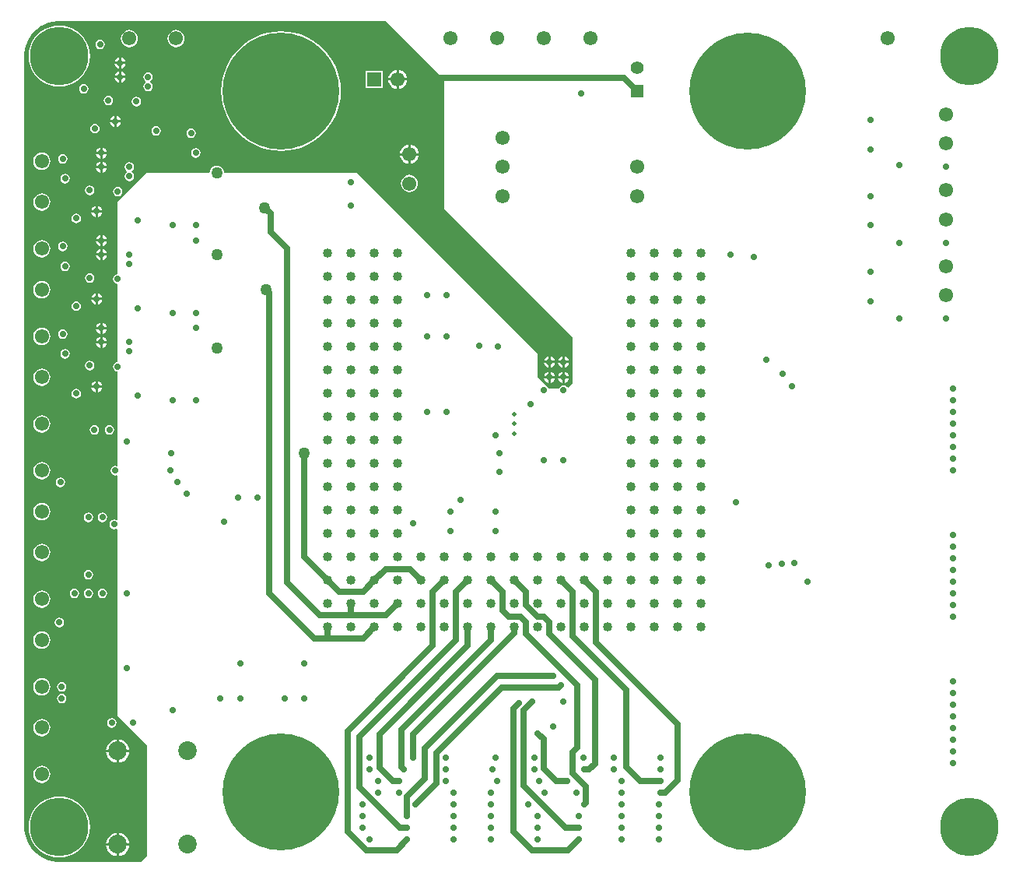
<source format=gbr>
%TF.GenerationSoftware,Altium Limited,Altium Designer,19.1.7 (138)*%
G04 Layer_Physical_Order=3*
G04 Layer_Color=16440176*
%FSLAX26Y26*%
%MOIN*%
%TF.FileFunction,Copper,L3,Inr,Signal*%
%TF.Part,Single*%
G01*
G75*
%TA.AperFunction,Conductor*%
%ADD17C,0.025000*%
%TA.AperFunction,ComponentPad*%
%ADD18C,0.061024*%
%ADD19C,0.003937*%
%ADD21C,0.079559*%
%ADD22R,0.061024X0.061024*%
%ADD23C,0.055118*%
%ADD24R,0.055118X0.055118*%
%TA.AperFunction,ViaPad*%
%ADD25C,0.250000*%
%ADD26C,0.028000*%
%ADD27C,0.050000*%
%ADD28C,0.019685*%
%ADD29C,0.500000*%
%TA.AperFunction,ComponentPad*%
%ADD30C,0.040000*%
G36*
X2550000Y4600000D02*
X2800000Y4350000D01*
Y4050000D01*
Y3795000D01*
X3350000Y3245000D01*
X3350000Y3050000D01*
X3331211Y3031211D01*
X3326235Y3031702D01*
X3324419Y3034419D01*
X3317804Y3038840D01*
X3310000Y3040392D01*
X3302197Y3038840D01*
X3295581Y3034419D01*
X3291161Y3027804D01*
X3290603Y3025000D01*
X3250000D01*
X3200000Y3074999D01*
X3200000Y3175000D01*
X2700000Y3675000D01*
X2425000Y3950000D01*
X1856267Y3950000D01*
X1855202Y3958093D01*
X1852078Y3965634D01*
X1847110Y3972110D01*
X1840634Y3977078D01*
X1833093Y3980202D01*
X1825000Y3981267D01*
X1816907Y3980202D01*
X1809366Y3977078D01*
X1802890Y3972110D01*
X1797922Y3965634D01*
X1794798Y3958093D01*
X1793733Y3950000D01*
X1525000D01*
X1400000Y3825000D01*
Y3515392D01*
X1392196Y3513840D01*
X1385581Y3509419D01*
X1381160Y3502804D01*
X1379608Y3495000D01*
X1381160Y3487196D01*
X1385581Y3480581D01*
X1392196Y3476160D01*
X1400000Y3474608D01*
Y3140392D01*
X1392196Y3138840D01*
X1385581Y3134419D01*
X1381160Y3127804D01*
X1379608Y3120000D01*
X1381160Y3112196D01*
X1385581Y3105581D01*
X1392196Y3101160D01*
X1400000Y3099608D01*
Y2697928D01*
X1395000Y2694397D01*
X1390000Y2695392D01*
X1382196Y2693840D01*
X1375581Y2689419D01*
X1371160Y2682804D01*
X1369608Y2675000D01*
X1371160Y2667196D01*
X1375581Y2660581D01*
X1382196Y2656160D01*
X1390000Y2654608D01*
X1395000Y2655603D01*
X1400000Y2652072D01*
Y2465045D01*
X1395000Y2462372D01*
X1392804Y2463840D01*
X1385000Y2465392D01*
X1377196Y2463840D01*
X1370581Y2459419D01*
X1366160Y2452804D01*
X1364608Y2445000D01*
X1366160Y2437196D01*
X1370581Y2430581D01*
X1377196Y2426160D01*
X1385000Y2424608D01*
X1392804Y2426160D01*
X1395000Y2427628D01*
X1400000Y2424955D01*
Y1625000D01*
X1525000Y1500000D01*
Y1025000D01*
X1500000Y1000000D01*
X1140167D01*
X1120672Y1002567D01*
X1101679Y1007656D01*
X1083514Y1015180D01*
X1066485Y1025012D01*
X1050886Y1036982D01*
X1036982Y1050885D01*
X1025012Y1066485D01*
X1015181Y1083513D01*
X1007656Y1101679D01*
X1002567Y1120672D01*
X1000000Y1140167D01*
Y1149998D01*
X1000000Y1149998D01*
X1000000Y4450000D01*
Y4459831D01*
X1002567Y4479326D01*
X1007656Y4498319D01*
X1015180Y4516485D01*
X1025012Y4533514D01*
X1036982Y4549113D01*
X1050886Y4563017D01*
X1066485Y4574987D01*
X1083514Y4584819D01*
X1101680Y4592344D01*
X1120673Y4597433D01*
X1140168Y4599999D01*
X1149999D01*
X1150000Y4600000D01*
X2550000Y4600000D01*
D02*
G37*
%LPC*%
G36*
X1650000Y4561827D02*
X1640468Y4560572D01*
X1631587Y4556893D01*
X1623959Y4551041D01*
X1618107Y4543413D01*
X1614428Y4534532D01*
X1613173Y4525000D01*
X1614428Y4515468D01*
X1618107Y4506587D01*
X1623959Y4498959D01*
X1631587Y4493107D01*
X1640468Y4489428D01*
X1650000Y4488173D01*
X1659532Y4489428D01*
X1668413Y4493107D01*
X1676041Y4498959D01*
X1681893Y4506587D01*
X1685572Y4515468D01*
X1686827Y4525000D01*
X1685572Y4534532D01*
X1681893Y4543413D01*
X1676041Y4551041D01*
X1668413Y4556893D01*
X1659532Y4560572D01*
X1650000Y4561827D01*
D02*
G37*
G36*
X1450000D02*
X1440468Y4560572D01*
X1431587Y4556893D01*
X1423959Y4551041D01*
X1418107Y4543413D01*
X1414428Y4534532D01*
X1413173Y4525000D01*
X1414428Y4515468D01*
X1418107Y4506587D01*
X1423959Y4498959D01*
X1431587Y4493107D01*
X1440468Y4489428D01*
X1450000Y4488173D01*
X1459532Y4489428D01*
X1468413Y4493107D01*
X1476041Y4498959D01*
X1481893Y4506587D01*
X1485572Y4515468D01*
X1486827Y4525000D01*
X1485572Y4534532D01*
X1481893Y4543413D01*
X1476041Y4551041D01*
X1468413Y4556893D01*
X1459532Y4560572D01*
X1450000Y4561827D01*
D02*
G37*
G36*
X1325000Y4520392D02*
X1317196Y4518840D01*
X1310581Y4514419D01*
X1306160Y4507804D01*
X1304608Y4500000D01*
X1306160Y4492196D01*
X1310581Y4485581D01*
X1317196Y4481160D01*
X1325000Y4479608D01*
X1332804Y4481160D01*
X1339419Y4485581D01*
X1343840Y4492196D01*
X1345392Y4500000D01*
X1343840Y4507804D01*
X1339419Y4514419D01*
X1332804Y4518840D01*
X1325000Y4520392D01*
D02*
G37*
G36*
X1415000Y4443476D02*
Y4425000D01*
X1433476D01*
X1432608Y4429364D01*
X1427303Y4437303D01*
X1419364Y4442608D01*
X1415000Y4443476D01*
D02*
G37*
G36*
X1405000D02*
X1400636Y4442608D01*
X1392697Y4437303D01*
X1387392Y4429364D01*
X1386524Y4425000D01*
X1405000D01*
Y4443476D01*
D02*
G37*
G36*
X1433476Y4415000D02*
X1415000D01*
Y4396524D01*
X1419364Y4397392D01*
X1427303Y4402697D01*
X1432608Y4410636D01*
X1433476Y4415000D01*
D02*
G37*
G36*
X1405000D02*
X1386524D01*
X1387392Y4410636D01*
X1392697Y4402697D01*
X1400636Y4397392D01*
X1405000Y4396524D01*
Y4415000D01*
D02*
G37*
G36*
X1415000Y4383476D02*
Y4365000D01*
X1433476D01*
X1432608Y4369364D01*
X1427303Y4377303D01*
X1419364Y4382608D01*
X1415000Y4383476D01*
D02*
G37*
G36*
X1405000D02*
X1400636Y4382608D01*
X1392697Y4377303D01*
X1387392Y4369364D01*
X1386524Y4365000D01*
X1405000D01*
Y4383476D01*
D02*
G37*
G36*
X2605000Y4390203D02*
Y4355000D01*
X2640203D01*
X2639469Y4360576D01*
X2635387Y4370431D01*
X2628893Y4378893D01*
X2620431Y4385387D01*
X2610576Y4389469D01*
X2605000Y4390203D01*
D02*
G37*
G36*
X2595000D02*
X2589424Y4389469D01*
X2579569Y4385387D01*
X2571107Y4378893D01*
X2564613Y4370431D01*
X2560531Y4360576D01*
X2559797Y4355000D01*
X2595000D01*
Y4390203D01*
D02*
G37*
G36*
X1433476Y4355000D02*
X1415000D01*
Y4336524D01*
X1419364Y4337392D01*
X1427303Y4342697D01*
X1432608Y4350636D01*
X1433476Y4355000D01*
D02*
G37*
G36*
X1405000D02*
X1386524D01*
X1387392Y4350636D01*
X1392697Y4342697D01*
X1400636Y4337392D01*
X1405000Y4336524D01*
Y4355000D01*
D02*
G37*
G36*
X1150000Y4581405D02*
X1129444Y4579787D01*
X1109394Y4574974D01*
X1090343Y4567083D01*
X1072762Y4556309D01*
X1057083Y4542917D01*
X1043691Y4527238D01*
X1032917Y4509657D01*
X1025026Y4490606D01*
X1020213Y4470556D01*
X1018595Y4450000D01*
X1020213Y4429444D01*
X1025026Y4409394D01*
X1032917Y4390343D01*
X1043691Y4372762D01*
X1057083Y4357083D01*
X1072762Y4343691D01*
X1090343Y4332917D01*
X1109394Y4325026D01*
X1129444Y4320213D01*
X1150000Y4318595D01*
X1170556Y4320213D01*
X1190606Y4325026D01*
X1209657Y4332917D01*
X1227238Y4343691D01*
X1242917Y4357083D01*
X1256309Y4372762D01*
X1267083Y4390343D01*
X1274974Y4409394D01*
X1279787Y4429444D01*
X1281405Y4450000D01*
X1279787Y4470556D01*
X1274974Y4490606D01*
X1267083Y4509657D01*
X1256309Y4527238D01*
X1242917Y4542917D01*
X1227238Y4556309D01*
X1209657Y4567083D01*
X1190606Y4574974D01*
X1170556Y4579787D01*
X1150000Y4581405D01*
D02*
G37*
G36*
X2536512Y4386512D02*
X2463488D01*
Y4313488D01*
X2536512D01*
Y4386512D01*
D02*
G37*
G36*
X2640203Y4345000D02*
X2605000D01*
Y4309797D01*
X2610576Y4310531D01*
X2620431Y4314613D01*
X2628893Y4321107D01*
X2635387Y4329569D01*
X2639469Y4339424D01*
X2640203Y4345000D01*
D02*
G37*
G36*
X2595000D02*
X2559797D01*
X2560531Y4339424D01*
X2564613Y4329569D01*
X2571107Y4321107D01*
X2579569Y4314613D01*
X2589424Y4310531D01*
X2595000Y4309797D01*
Y4345000D01*
D02*
G37*
G36*
X1530000Y4380392D02*
X1522196Y4378840D01*
X1515581Y4374419D01*
X1511160Y4367804D01*
X1509608Y4360000D01*
X1511160Y4352196D01*
X1515581Y4345581D01*
X1519441Y4343002D01*
Y4336998D01*
X1515581Y4334419D01*
X1511160Y4327804D01*
X1509608Y4320000D01*
X1511160Y4312196D01*
X1515581Y4305581D01*
X1522196Y4301160D01*
X1530000Y4299608D01*
X1537804Y4301160D01*
X1544419Y4305581D01*
X1548840Y4312196D01*
X1550392Y4320000D01*
X1548840Y4327804D01*
X1544419Y4334419D01*
X1540559Y4336998D01*
Y4343002D01*
X1544419Y4345581D01*
X1548840Y4352196D01*
X1550392Y4360000D01*
X1548840Y4367804D01*
X1544419Y4374419D01*
X1537804Y4378840D01*
X1530000Y4380392D01*
D02*
G37*
G36*
X1255000Y4330392D02*
X1247196Y4328840D01*
X1240581Y4324419D01*
X1236160Y4317804D01*
X1234608Y4310000D01*
X1236160Y4302196D01*
X1240581Y4295581D01*
X1247196Y4291160D01*
X1255000Y4289608D01*
X1262804Y4291160D01*
X1269419Y4295581D01*
X1273840Y4302196D01*
X1275392Y4310000D01*
X1273840Y4317804D01*
X1269419Y4324419D01*
X1262804Y4328840D01*
X1255000Y4330392D01*
D02*
G37*
G36*
X1360000Y4280392D02*
X1352196Y4278840D01*
X1345581Y4274419D01*
X1341160Y4267804D01*
X1339608Y4260000D01*
X1341160Y4252196D01*
X1345581Y4245581D01*
X1352196Y4241160D01*
X1360000Y4239608D01*
X1367804Y4241160D01*
X1374419Y4245581D01*
X1378840Y4252196D01*
X1380392Y4260000D01*
X1378840Y4267804D01*
X1374419Y4274419D01*
X1367804Y4278840D01*
X1360000Y4280392D01*
D02*
G37*
G36*
X1480000Y4275392D02*
X1472196Y4273840D01*
X1465581Y4269419D01*
X1461160Y4262804D01*
X1459608Y4255000D01*
X1461160Y4247196D01*
X1465581Y4240581D01*
X1472196Y4236160D01*
X1480000Y4234608D01*
X1487804Y4236160D01*
X1494419Y4240581D01*
X1498840Y4247196D01*
X1500392Y4255000D01*
X1498840Y4262804D01*
X1494419Y4269419D01*
X1487804Y4273840D01*
X1480000Y4275392D01*
D02*
G37*
G36*
X1395000Y4193476D02*
Y4175000D01*
X1413476D01*
X1412608Y4179364D01*
X1407303Y4187303D01*
X1399364Y4192608D01*
X1395000Y4193476D01*
D02*
G37*
G36*
X1385000D02*
X1380636Y4192608D01*
X1372697Y4187303D01*
X1367392Y4179364D01*
X1366524Y4175000D01*
X1385000D01*
Y4193476D01*
D02*
G37*
G36*
X1413476Y4165000D02*
X1395000D01*
Y4146524D01*
X1399364Y4147392D01*
X1407303Y4152697D01*
X1412608Y4160636D01*
X1413476Y4165000D01*
D02*
G37*
G36*
X1385000D02*
X1366524D01*
X1367392Y4160636D01*
X1372697Y4152697D01*
X1380636Y4147392D01*
X1385000Y4146524D01*
Y4165000D01*
D02*
G37*
G36*
X1301968Y4160392D02*
X1294165Y4158840D01*
X1287549Y4154419D01*
X1283129Y4147804D01*
X1281576Y4140000D01*
X1283129Y4132196D01*
X1287549Y4125581D01*
X1294165Y4121160D01*
X1301968Y4119608D01*
X1309772Y4121160D01*
X1316388Y4125581D01*
X1320808Y4132196D01*
X1322360Y4140000D01*
X1320808Y4147804D01*
X1316388Y4154419D01*
X1309772Y4158840D01*
X1301968Y4160392D01*
D02*
G37*
G36*
X1565000Y4150392D02*
X1557196Y4148840D01*
X1550581Y4144419D01*
X1546160Y4137804D01*
X1544608Y4130000D01*
X1546160Y4122196D01*
X1550581Y4115581D01*
X1557196Y4111160D01*
X1565000Y4109608D01*
X1572804Y4111160D01*
X1579419Y4115581D01*
X1583840Y4122196D01*
X1585392Y4130000D01*
X1583840Y4137804D01*
X1579419Y4144419D01*
X1572804Y4148840D01*
X1565000Y4150392D01*
D02*
G37*
G36*
X1715000Y4140392D02*
X1707196Y4138840D01*
X1700581Y4134419D01*
X1696160Y4127804D01*
X1694608Y4120000D01*
X1696160Y4112196D01*
X1700581Y4105581D01*
X1707196Y4101160D01*
X1715000Y4099608D01*
X1722804Y4101160D01*
X1729419Y4105581D01*
X1733840Y4112196D01*
X1735392Y4120000D01*
X1733840Y4127804D01*
X1729419Y4134419D01*
X1722804Y4138840D01*
X1715000Y4140392D01*
D02*
G37*
G36*
X2100000Y4556403D02*
X2071292Y4554791D01*
X2042945Y4549975D01*
X2015315Y4542015D01*
X1988751Y4531011D01*
X1963585Y4517103D01*
X1940135Y4500464D01*
X1918696Y4481305D01*
X1899536Y4459865D01*
X1882897Y4436415D01*
X1868989Y4411249D01*
X1857985Y4384685D01*
X1850025Y4357055D01*
X1845209Y4328708D01*
X1843597Y4300000D01*
X1845209Y4271292D01*
X1850025Y4242945D01*
X1857985Y4215315D01*
X1868989Y4188751D01*
X1882897Y4163585D01*
X1899536Y4140135D01*
X1918696Y4118695D01*
X1940135Y4099536D01*
X1963585Y4082897D01*
X1988751Y4068988D01*
X2015315Y4057985D01*
X2042945Y4050025D01*
X2071292Y4045209D01*
X2100000Y4043597D01*
X2128708Y4045209D01*
X2157055Y4050025D01*
X2184685Y4057985D01*
X2211249Y4068988D01*
X2236415Y4082897D01*
X2259865Y4099536D01*
X2281305Y4118695D01*
X2300465Y4140135D01*
X2317103Y4163585D01*
X2331012Y4188751D01*
X2342015Y4215315D01*
X2349975Y4242945D01*
X2354791Y4271292D01*
X2356404Y4300000D01*
X2354791Y4328708D01*
X2349975Y4357055D01*
X2342015Y4384685D01*
X2331012Y4411249D01*
X2317103Y4436415D01*
X2300465Y4459865D01*
X2281305Y4481305D01*
X2259865Y4500464D01*
X2236415Y4517103D01*
X2211249Y4531011D01*
X2184685Y4542015D01*
X2157055Y4549975D01*
X2128708Y4554791D01*
X2100000Y4556403D01*
D02*
G37*
G36*
X1335000Y4058476D02*
Y4040000D01*
X1353476D01*
X1352608Y4044364D01*
X1347303Y4052303D01*
X1339364Y4057608D01*
X1335000Y4058476D01*
D02*
G37*
G36*
X1325000D02*
X1320636Y4057608D01*
X1312697Y4052303D01*
X1307392Y4044364D01*
X1306524Y4040000D01*
X1325000D01*
Y4058476D01*
D02*
G37*
G36*
X2655000Y4070124D02*
Y4034921D01*
X2690203D01*
X2689469Y4040497D01*
X2685387Y4050352D01*
X2678894Y4058815D01*
X2670431Y4065308D01*
X2660576Y4069390D01*
X2655000Y4070124D01*
D02*
G37*
G36*
X2645000Y4070124D02*
X2639425Y4069390D01*
X2629570Y4065308D01*
X2621107Y4058815D01*
X2614613Y4050352D01*
X2610531Y4040497D01*
X2609797Y4034921D01*
X2645000D01*
Y4070124D01*
D02*
G37*
G36*
X1735000Y4055392D02*
X1727196Y4053840D01*
X1720581Y4049419D01*
X1716160Y4042804D01*
X1714608Y4035000D01*
X1716160Y4027196D01*
X1720581Y4020581D01*
X1727196Y4016160D01*
X1735000Y4014608D01*
X1742804Y4016160D01*
X1749419Y4020581D01*
X1753840Y4027196D01*
X1755392Y4035000D01*
X1753840Y4042804D01*
X1749419Y4049419D01*
X1742804Y4053840D01*
X1735000Y4055392D01*
D02*
G37*
G36*
X1353476Y4030000D02*
X1335000D01*
Y4011524D01*
X1339364Y4012392D01*
X1347303Y4017697D01*
X1352608Y4025636D01*
X1353476Y4030000D01*
D02*
G37*
G36*
X1325000D02*
X1306524D01*
X1307392Y4025636D01*
X1312697Y4017697D01*
X1320636Y4012392D01*
X1325000Y4011524D01*
Y4030000D01*
D02*
G37*
G36*
X2690203Y4024921D02*
X2655000D01*
Y3989718D01*
X2660576Y3990452D01*
X2670431Y3994534D01*
X2678894Y4001028D01*
X2685387Y4009491D01*
X2689469Y4019346D01*
X2690203Y4024921D01*
D02*
G37*
G36*
X2645000D02*
X2609797D01*
X2610531Y4019346D01*
X2614613Y4009491D01*
X2621107Y4001028D01*
X2629570Y3994534D01*
X2639425Y3990452D01*
X2645000Y3989718D01*
Y4024921D01*
D02*
G37*
G36*
X1165000Y4030392D02*
X1157196Y4028840D01*
X1150581Y4024419D01*
X1146160Y4017804D01*
X1144608Y4010000D01*
X1146160Y4002196D01*
X1150581Y3995581D01*
X1157196Y3991160D01*
X1165000Y3989608D01*
X1172804Y3991160D01*
X1179419Y3995581D01*
X1183840Y4002196D01*
X1185392Y4010000D01*
X1183840Y4017804D01*
X1179419Y4024419D01*
X1172804Y4028840D01*
X1165000Y4030392D01*
D02*
G37*
G36*
X1335000Y3998476D02*
Y3980000D01*
X1353476D01*
X1352608Y3984364D01*
X1347303Y3992303D01*
X1339364Y3997608D01*
X1335000Y3998476D01*
D02*
G37*
G36*
X1325000D02*
X1320636Y3997608D01*
X1312697Y3992303D01*
X1307392Y3984364D01*
X1306524Y3980000D01*
X1325000D01*
Y3998476D01*
D02*
G37*
G36*
X1075000Y4036827D02*
X1065468Y4035572D01*
X1056587Y4031893D01*
X1048959Y4026041D01*
X1043107Y4018413D01*
X1039428Y4009532D01*
X1038173Y4000000D01*
X1039428Y3990468D01*
X1043107Y3981587D01*
X1048959Y3973959D01*
X1056587Y3968107D01*
X1065468Y3964428D01*
X1075000Y3963173D01*
X1084532Y3964428D01*
X1093413Y3968107D01*
X1101041Y3973959D01*
X1106893Y3981587D01*
X1110572Y3990468D01*
X1111827Y4000000D01*
X1110572Y4009532D01*
X1106893Y4018413D01*
X1101041Y4026041D01*
X1093413Y4031893D01*
X1084532Y4035572D01*
X1075000Y4036827D01*
D02*
G37*
G36*
X1353476Y3970000D02*
X1335000D01*
Y3951524D01*
X1339364Y3952392D01*
X1347303Y3957697D01*
X1352608Y3965636D01*
X1353476Y3970000D01*
D02*
G37*
G36*
X1325000D02*
X1306524D01*
X1307392Y3965636D01*
X1312697Y3957697D01*
X1320636Y3952392D01*
X1325000Y3951524D01*
Y3970000D01*
D02*
G37*
G36*
X1450000Y3995392D02*
X1442196Y3993840D01*
X1435581Y3989419D01*
X1431160Y3982804D01*
X1429608Y3975000D01*
X1431160Y3967196D01*
X1435581Y3960581D01*
X1439441Y3958001D01*
Y3951999D01*
X1435581Y3949419D01*
X1431160Y3942804D01*
X1429608Y3935000D01*
X1431160Y3927196D01*
X1435581Y3920581D01*
X1442196Y3916160D01*
X1450000Y3914608D01*
X1457804Y3916160D01*
X1464419Y3920581D01*
X1468840Y3927196D01*
X1470392Y3935000D01*
X1468840Y3942804D01*
X1464419Y3949419D01*
X1460559Y3951999D01*
Y3958001D01*
X1464419Y3960581D01*
X1468840Y3967196D01*
X1470392Y3975000D01*
X1468840Y3982804D01*
X1464419Y3989419D01*
X1457804Y3993840D01*
X1450000Y3995392D01*
D02*
G37*
G36*
X1175000Y3945392D02*
X1167196Y3943840D01*
X1160581Y3939419D01*
X1156160Y3932804D01*
X1154608Y3925000D01*
X1156160Y3917196D01*
X1160581Y3910581D01*
X1167196Y3906160D01*
X1175000Y3904608D01*
X1182804Y3906160D01*
X1189419Y3910581D01*
X1193840Y3917196D01*
X1195392Y3925000D01*
X1193840Y3932804D01*
X1189419Y3939419D01*
X1182804Y3943840D01*
X1175000Y3945392D01*
D02*
G37*
G36*
X2650000Y3941748D02*
X2640469Y3940493D01*
X2631587Y3936814D01*
X2623960Y3930962D01*
X2618107Y3923335D01*
X2614428Y3914453D01*
X2613173Y3904921D01*
X2614428Y3895390D01*
X2618107Y3886508D01*
X2623960Y3878881D01*
X2631587Y3873028D01*
X2640469Y3869349D01*
X2650000Y3868094D01*
X2659532Y3869349D01*
X2668414Y3873028D01*
X2676041Y3878881D01*
X2681893Y3886508D01*
X2685572Y3895390D01*
X2686827Y3904921D01*
X2685572Y3914453D01*
X2681893Y3923335D01*
X2676041Y3930962D01*
X2668414Y3936814D01*
X2659532Y3940493D01*
X2650000Y3941748D01*
D02*
G37*
G36*
X1280000Y3895392D02*
X1272196Y3893840D01*
X1265581Y3889419D01*
X1261160Y3882804D01*
X1259608Y3875000D01*
X1261160Y3867196D01*
X1265581Y3860581D01*
X1272196Y3856160D01*
X1280000Y3854608D01*
X1287804Y3856160D01*
X1294419Y3860581D01*
X1298840Y3867196D01*
X1300392Y3875000D01*
X1298840Y3882804D01*
X1294419Y3889419D01*
X1287804Y3893840D01*
X1280000Y3895392D01*
D02*
G37*
G36*
X1400000Y3890392D02*
X1392196Y3888840D01*
X1385581Y3884419D01*
X1381160Y3877804D01*
X1379608Y3870000D01*
X1381160Y3862196D01*
X1385581Y3855581D01*
X1392196Y3851160D01*
X1400000Y3849608D01*
X1407804Y3851160D01*
X1414419Y3855581D01*
X1418840Y3862196D01*
X1420392Y3870000D01*
X1418840Y3877804D01*
X1414419Y3884419D01*
X1407804Y3888840D01*
X1400000Y3890392D01*
D02*
G37*
G36*
X1315000Y3808476D02*
Y3790000D01*
X1333476D01*
X1332608Y3794364D01*
X1327303Y3802303D01*
X1319364Y3807608D01*
X1315000Y3808476D01*
D02*
G37*
G36*
X1305000D02*
X1300636Y3807608D01*
X1292697Y3802303D01*
X1287392Y3794364D01*
X1286524Y3790000D01*
X1305000D01*
Y3808476D01*
D02*
G37*
G36*
X1075000Y3861827D02*
X1065468Y3860572D01*
X1056587Y3856893D01*
X1048959Y3851041D01*
X1043107Y3843413D01*
X1039428Y3834532D01*
X1038173Y3825000D01*
X1039428Y3815468D01*
X1043107Y3806587D01*
X1048959Y3798959D01*
X1056587Y3793107D01*
X1065468Y3789428D01*
X1075000Y3788173D01*
X1084532Y3789428D01*
X1093413Y3793107D01*
X1101041Y3798959D01*
X1106893Y3806587D01*
X1110572Y3815468D01*
X1111827Y3825000D01*
X1110572Y3834532D01*
X1106893Y3843413D01*
X1101041Y3851041D01*
X1093413Y3856893D01*
X1084532Y3860572D01*
X1075000Y3861827D01*
D02*
G37*
G36*
X1333476Y3780000D02*
X1315000D01*
Y3761524D01*
X1319364Y3762392D01*
X1327303Y3767697D01*
X1332608Y3775636D01*
X1333476Y3780000D01*
D02*
G37*
G36*
X1305000D02*
X1286524D01*
X1287392Y3775636D01*
X1292697Y3767697D01*
X1300636Y3762392D01*
X1305000Y3761524D01*
Y3780000D01*
D02*
G37*
G36*
X1221968Y3775392D02*
X1214165Y3773840D01*
X1207549Y3769419D01*
X1203129Y3762804D01*
X1201576Y3755000D01*
X1203129Y3747196D01*
X1207549Y3740581D01*
X1214165Y3736160D01*
X1221968Y3734608D01*
X1229772Y3736160D01*
X1236388Y3740581D01*
X1240808Y3747196D01*
X1242360Y3755000D01*
X1240808Y3762804D01*
X1236388Y3769419D01*
X1229772Y3773840D01*
X1221968Y3775392D01*
D02*
G37*
G36*
X1335000Y3683476D02*
Y3665000D01*
X1353476D01*
X1352608Y3669364D01*
X1347303Y3677303D01*
X1339364Y3682608D01*
X1335000Y3683476D01*
D02*
G37*
G36*
X1325000D02*
X1320636Y3682608D01*
X1312697Y3677303D01*
X1307392Y3669364D01*
X1306524Y3665000D01*
X1325000D01*
Y3683476D01*
D02*
G37*
G36*
X1353476Y3655000D02*
X1335000D01*
Y3636524D01*
X1339364Y3637392D01*
X1347303Y3642697D01*
X1352608Y3650636D01*
X1353476Y3655000D01*
D02*
G37*
G36*
X1325000D02*
X1306524D01*
X1307392Y3650636D01*
X1312697Y3642697D01*
X1320636Y3637392D01*
X1325000Y3636524D01*
Y3655000D01*
D02*
G37*
G36*
X1165000Y3655392D02*
X1157196Y3653840D01*
X1150581Y3649419D01*
X1146160Y3642804D01*
X1144608Y3635000D01*
X1146160Y3627196D01*
X1150581Y3620581D01*
X1157196Y3616160D01*
X1165000Y3614608D01*
X1172804Y3616160D01*
X1179419Y3620581D01*
X1183840Y3627196D01*
X1185392Y3635000D01*
X1183840Y3642804D01*
X1179419Y3649419D01*
X1172804Y3653840D01*
X1165000Y3655392D01*
D02*
G37*
G36*
X1335000Y3623476D02*
Y3605000D01*
X1353476D01*
X1352608Y3609364D01*
X1347303Y3617303D01*
X1339364Y3622608D01*
X1335000Y3623476D01*
D02*
G37*
G36*
X1325000D02*
X1320636Y3622608D01*
X1312697Y3617303D01*
X1307392Y3609364D01*
X1306524Y3605000D01*
X1325000D01*
Y3623476D01*
D02*
G37*
G36*
X1075000Y3661827D02*
X1065468Y3660572D01*
X1056587Y3656893D01*
X1048959Y3651041D01*
X1043107Y3643413D01*
X1039428Y3634532D01*
X1038173Y3625000D01*
X1039428Y3615468D01*
X1043107Y3606587D01*
X1048959Y3598959D01*
X1056587Y3593107D01*
X1065468Y3589428D01*
X1075000Y3588173D01*
X1084532Y3589428D01*
X1093413Y3593107D01*
X1101041Y3598959D01*
X1106893Y3606587D01*
X1110572Y3615468D01*
X1111827Y3625000D01*
X1110572Y3634532D01*
X1106893Y3643413D01*
X1101041Y3651041D01*
X1093413Y3656893D01*
X1084532Y3660572D01*
X1075000Y3661827D01*
D02*
G37*
G36*
X1353476Y3595000D02*
X1335000D01*
Y3576524D01*
X1339364Y3577392D01*
X1347303Y3582697D01*
X1352608Y3590636D01*
X1353476Y3595000D01*
D02*
G37*
G36*
X1325000D02*
X1306524D01*
X1307392Y3590636D01*
X1312697Y3582697D01*
X1320636Y3577392D01*
X1325000Y3576524D01*
Y3595000D01*
D02*
G37*
G36*
X1175000Y3570392D02*
X1167196Y3568840D01*
X1160581Y3564419D01*
X1156160Y3557804D01*
X1154608Y3550000D01*
X1156160Y3542196D01*
X1160581Y3535581D01*
X1167196Y3531160D01*
X1175000Y3529608D01*
X1182804Y3531160D01*
X1189419Y3535581D01*
X1193840Y3542196D01*
X1195392Y3550000D01*
X1193840Y3557804D01*
X1189419Y3564419D01*
X1182804Y3568840D01*
X1175000Y3570392D01*
D02*
G37*
G36*
X1280000Y3520392D02*
X1272196Y3518840D01*
X1265581Y3514419D01*
X1261160Y3507804D01*
X1259608Y3500000D01*
X1261160Y3492196D01*
X1265581Y3485581D01*
X1272196Y3481160D01*
X1280000Y3479608D01*
X1287804Y3481160D01*
X1294419Y3485581D01*
X1298840Y3492196D01*
X1300392Y3500000D01*
X1298840Y3507804D01*
X1294419Y3514419D01*
X1287804Y3518840D01*
X1280000Y3520392D01*
D02*
G37*
G36*
X1315000Y3433476D02*
Y3415000D01*
X1333476D01*
X1332608Y3419364D01*
X1327303Y3427303D01*
X1319364Y3432608D01*
X1315000Y3433476D01*
D02*
G37*
G36*
X1305000D02*
X1300636Y3432608D01*
X1292697Y3427303D01*
X1287392Y3419364D01*
X1286524Y3415000D01*
X1305000D01*
Y3433476D01*
D02*
G37*
G36*
X1075000Y3486827D02*
X1065468Y3485572D01*
X1056587Y3481893D01*
X1048959Y3476041D01*
X1043107Y3468413D01*
X1039428Y3459532D01*
X1038173Y3450000D01*
X1039428Y3440468D01*
X1043107Y3431587D01*
X1048959Y3423959D01*
X1056587Y3418107D01*
X1065468Y3414428D01*
X1075000Y3413173D01*
X1084532Y3414428D01*
X1093413Y3418107D01*
X1101041Y3423959D01*
X1106893Y3431587D01*
X1110572Y3440468D01*
X1111827Y3450000D01*
X1110572Y3459532D01*
X1106893Y3468413D01*
X1101041Y3476041D01*
X1093413Y3481893D01*
X1084532Y3485572D01*
X1075000Y3486827D01*
D02*
G37*
G36*
X1333476Y3405000D02*
X1315000D01*
Y3386524D01*
X1319364Y3387392D01*
X1327303Y3392697D01*
X1332608Y3400636D01*
X1333476Y3405000D01*
D02*
G37*
G36*
X1305000D02*
X1286524D01*
X1287392Y3400636D01*
X1292697Y3392697D01*
X1300636Y3387392D01*
X1305000Y3386524D01*
Y3405000D01*
D02*
G37*
G36*
X1221968Y3400392D02*
X1214165Y3398840D01*
X1207549Y3394419D01*
X1203129Y3387804D01*
X1201576Y3380000D01*
X1203129Y3372196D01*
X1207549Y3365581D01*
X1214165Y3361160D01*
X1221968Y3359608D01*
X1229772Y3361160D01*
X1236388Y3365581D01*
X1240808Y3372196D01*
X1242360Y3380000D01*
X1240808Y3387804D01*
X1236388Y3394419D01*
X1229772Y3398840D01*
X1221968Y3400392D01*
D02*
G37*
G36*
X1335000Y3308476D02*
Y3290000D01*
X1353476D01*
X1352608Y3294364D01*
X1347303Y3302303D01*
X1339364Y3307608D01*
X1335000Y3308476D01*
D02*
G37*
G36*
X1325000D02*
X1320636Y3307608D01*
X1312697Y3302303D01*
X1307392Y3294364D01*
X1306524Y3290000D01*
X1325000D01*
Y3308476D01*
D02*
G37*
G36*
X1353476Y3280000D02*
X1335000D01*
Y3261524D01*
X1339364Y3262392D01*
X1347303Y3267697D01*
X1352608Y3275636D01*
X1353476Y3280000D01*
D02*
G37*
G36*
X1325000D02*
X1306524D01*
X1307392Y3275636D01*
X1312697Y3267697D01*
X1320636Y3262392D01*
X1325000Y3261524D01*
Y3280000D01*
D02*
G37*
G36*
X1165000Y3280392D02*
X1157196Y3278840D01*
X1150581Y3274419D01*
X1146160Y3267804D01*
X1144608Y3260000D01*
X1146160Y3252196D01*
X1150581Y3245581D01*
X1157196Y3241160D01*
X1165000Y3239608D01*
X1172804Y3241160D01*
X1179419Y3245581D01*
X1183840Y3252196D01*
X1185392Y3260000D01*
X1183840Y3267804D01*
X1179419Y3274419D01*
X1172804Y3278840D01*
X1165000Y3280392D01*
D02*
G37*
G36*
X1335000Y3248476D02*
Y3230000D01*
X1353476D01*
X1352608Y3234364D01*
X1347303Y3242303D01*
X1339364Y3247608D01*
X1335000Y3248476D01*
D02*
G37*
G36*
X1325000D02*
X1320636Y3247608D01*
X1312697Y3242303D01*
X1307392Y3234364D01*
X1306524Y3230000D01*
X1325000D01*
Y3248476D01*
D02*
G37*
G36*
X1075000Y3286827D02*
X1065468Y3285572D01*
X1056587Y3281893D01*
X1048959Y3276041D01*
X1043107Y3268413D01*
X1039428Y3259532D01*
X1038173Y3250000D01*
X1039428Y3240468D01*
X1043107Y3231587D01*
X1048959Y3223959D01*
X1056587Y3218107D01*
X1065468Y3214428D01*
X1075000Y3213173D01*
X1084532Y3214428D01*
X1093413Y3218107D01*
X1101041Y3223959D01*
X1106893Y3231587D01*
X1110572Y3240468D01*
X1111827Y3250000D01*
X1110572Y3259532D01*
X1106893Y3268413D01*
X1101041Y3276041D01*
X1093413Y3281893D01*
X1084532Y3285572D01*
X1075000Y3286827D01*
D02*
G37*
G36*
X1353476Y3220000D02*
X1335000D01*
Y3201524D01*
X1339364Y3202392D01*
X1347303Y3207697D01*
X1352608Y3215636D01*
X1353476Y3220000D01*
D02*
G37*
G36*
X1325000D02*
X1306524D01*
X1307392Y3215636D01*
X1312697Y3207697D01*
X1320636Y3202392D01*
X1325000Y3201524D01*
Y3220000D01*
D02*
G37*
G36*
X1175000Y3195392D02*
X1167196Y3193840D01*
X1160581Y3189419D01*
X1156160Y3182804D01*
X1154608Y3175000D01*
X1156160Y3167196D01*
X1160581Y3160581D01*
X1167196Y3156160D01*
X1175000Y3154608D01*
X1182804Y3156160D01*
X1189419Y3160581D01*
X1193840Y3167196D01*
X1195392Y3175000D01*
X1193840Y3182804D01*
X1189419Y3189419D01*
X1182804Y3193840D01*
X1175000Y3195392D01*
D02*
G37*
G36*
X3315000Y3163476D02*
Y3145000D01*
X3333476D01*
X3332608Y3149364D01*
X3327303Y3157303D01*
X3319364Y3162608D01*
X3315000Y3163476D01*
D02*
G37*
G36*
X3305000D02*
X3300636Y3162608D01*
X3292697Y3157303D01*
X3287392Y3149364D01*
X3286524Y3145000D01*
X3305000D01*
Y3163476D01*
D02*
G37*
G36*
X3255000D02*
Y3145000D01*
X3273476D01*
X3272608Y3149364D01*
X3267303Y3157303D01*
X3259364Y3162608D01*
X3255000Y3163476D01*
D02*
G37*
G36*
X3245000D02*
X3240636Y3162608D01*
X3232697Y3157303D01*
X3227392Y3149364D01*
X3226524Y3145000D01*
X3245000D01*
Y3163476D01*
D02*
G37*
G36*
X3333476Y3135000D02*
X3315000D01*
Y3116524D01*
X3319364Y3117392D01*
X3327303Y3122697D01*
X3332608Y3130636D01*
X3333476Y3135000D01*
D02*
G37*
G36*
X3305000D02*
X3286524D01*
X3287392Y3130636D01*
X3292697Y3122697D01*
X3300636Y3117392D01*
X3305000Y3116524D01*
Y3135000D01*
D02*
G37*
G36*
X3273476D02*
X3255000D01*
Y3116524D01*
X3259364Y3117392D01*
X3267303Y3122697D01*
X3272608Y3130636D01*
X3273476Y3135000D01*
D02*
G37*
G36*
X3245000D02*
X3226524D01*
X3227392Y3130636D01*
X3232697Y3122697D01*
X3240636Y3117392D01*
X3245000Y3116524D01*
Y3135000D01*
D02*
G37*
G36*
X1280000Y3145392D02*
X1272196Y3143840D01*
X1265581Y3139419D01*
X1261160Y3132804D01*
X1259608Y3125000D01*
X1261160Y3117196D01*
X1265581Y3110581D01*
X1272196Y3106160D01*
X1280000Y3104608D01*
X1287804Y3106160D01*
X1294419Y3110581D01*
X1298840Y3117196D01*
X1300392Y3125000D01*
X1298840Y3132804D01*
X1294419Y3139419D01*
X1287804Y3143840D01*
X1280000Y3145392D01*
D02*
G37*
G36*
X3315000Y3098476D02*
Y3080000D01*
X3333476D01*
X3332608Y3084364D01*
X3327303Y3092303D01*
X3319364Y3097608D01*
X3315000Y3098476D01*
D02*
G37*
G36*
X3305000D02*
X3300636Y3097608D01*
X3292697Y3092303D01*
X3287392Y3084364D01*
X3286524Y3080000D01*
X3305000D01*
Y3098476D01*
D02*
G37*
G36*
X3255000D02*
Y3080000D01*
X3273476D01*
X3272608Y3084364D01*
X3267303Y3092303D01*
X3259364Y3097608D01*
X3255000Y3098476D01*
D02*
G37*
G36*
X3245000D02*
X3240636Y3097608D01*
X3232697Y3092303D01*
X3227392Y3084364D01*
X3226524Y3080000D01*
X3245000D01*
Y3098476D01*
D02*
G37*
G36*
X3333476Y3070000D02*
X3315000D01*
Y3051524D01*
X3319364Y3052392D01*
X3327303Y3057697D01*
X3332608Y3065636D01*
X3333476Y3070000D01*
D02*
G37*
G36*
X3305000D02*
X3286524D01*
X3287392Y3065636D01*
X3292697Y3057697D01*
X3300636Y3052392D01*
X3305000Y3051524D01*
Y3070000D01*
D02*
G37*
G36*
X3273476D02*
X3255000D01*
Y3051524D01*
X3259364Y3052392D01*
X3267303Y3057697D01*
X3272608Y3065636D01*
X3273476Y3070000D01*
D02*
G37*
G36*
X3245000D02*
X3226524D01*
X3227392Y3065636D01*
X3232697Y3057697D01*
X3240636Y3052392D01*
X3245000Y3051524D01*
Y3070000D01*
D02*
G37*
G36*
X1315000Y3058476D02*
Y3040000D01*
X1333476D01*
X1332608Y3044364D01*
X1327303Y3052303D01*
X1319364Y3057608D01*
X1315000Y3058476D01*
D02*
G37*
G36*
X1305000D02*
X1300636Y3057608D01*
X1292697Y3052303D01*
X1287392Y3044364D01*
X1286524Y3040000D01*
X1305000D01*
Y3058476D01*
D02*
G37*
G36*
X1075000Y3111827D02*
X1065468Y3110572D01*
X1056587Y3106893D01*
X1048959Y3101041D01*
X1043107Y3093413D01*
X1039428Y3084532D01*
X1038173Y3075000D01*
X1039428Y3065468D01*
X1043107Y3056587D01*
X1048959Y3048959D01*
X1056587Y3043107D01*
X1065468Y3039428D01*
X1075000Y3038173D01*
X1084532Y3039428D01*
X1093413Y3043107D01*
X1101041Y3048959D01*
X1106893Y3056587D01*
X1110572Y3065468D01*
X1111827Y3075000D01*
X1110572Y3084532D01*
X1106893Y3093413D01*
X1101041Y3101041D01*
X1093413Y3106893D01*
X1084532Y3110572D01*
X1075000Y3111827D01*
D02*
G37*
G36*
X1333476Y3030000D02*
X1315000D01*
Y3011524D01*
X1319364Y3012392D01*
X1327303Y3017697D01*
X1332608Y3025636D01*
X1333476Y3030000D01*
D02*
G37*
G36*
X1305000D02*
X1286524D01*
X1287392Y3025636D01*
X1292697Y3017697D01*
X1300636Y3012392D01*
X1305000Y3011524D01*
Y3030000D01*
D02*
G37*
G36*
X1221968Y3025392D02*
X1214165Y3023840D01*
X1207549Y3019419D01*
X1203129Y3012804D01*
X1201576Y3005000D01*
X1203129Y2997196D01*
X1207549Y2990581D01*
X1214165Y2986160D01*
X1221968Y2984608D01*
X1229772Y2986160D01*
X1236388Y2990581D01*
X1240808Y2997196D01*
X1242360Y3005000D01*
X1240808Y3012804D01*
X1236388Y3019419D01*
X1229772Y3023840D01*
X1221968Y3025392D01*
D02*
G37*
G36*
X1075000Y2911827D02*
X1065468Y2910572D01*
X1056587Y2906893D01*
X1048959Y2901041D01*
X1043107Y2893413D01*
X1039428Y2884532D01*
X1038173Y2875000D01*
X1039428Y2865468D01*
X1043107Y2856587D01*
X1048959Y2848959D01*
X1056587Y2843107D01*
X1065468Y2839428D01*
X1075000Y2838173D01*
X1084532Y2839428D01*
X1093413Y2843107D01*
X1101041Y2848959D01*
X1106893Y2856587D01*
X1110572Y2865468D01*
X1111827Y2875000D01*
X1110572Y2884532D01*
X1106893Y2893413D01*
X1101041Y2901041D01*
X1093413Y2906893D01*
X1084532Y2910572D01*
X1075000Y2911827D01*
D02*
G37*
G36*
X1365000Y2870392D02*
X1357196Y2868840D01*
X1350581Y2864419D01*
X1346160Y2857804D01*
X1344608Y2850000D01*
X1346160Y2842196D01*
X1350581Y2835581D01*
X1357196Y2831160D01*
X1365000Y2829608D01*
X1372804Y2831160D01*
X1379419Y2835581D01*
X1383840Y2842196D01*
X1385392Y2850000D01*
X1383840Y2857804D01*
X1379419Y2864419D01*
X1372804Y2868840D01*
X1365000Y2870392D01*
D02*
G37*
G36*
X1300000D02*
X1292196Y2868840D01*
X1285581Y2864419D01*
X1281160Y2857804D01*
X1279608Y2850000D01*
X1281160Y2842196D01*
X1285581Y2835581D01*
X1292196Y2831160D01*
X1300000Y2829608D01*
X1307804Y2831160D01*
X1314419Y2835581D01*
X1318840Y2842196D01*
X1320392Y2850000D01*
X1318840Y2857804D01*
X1314419Y2864419D01*
X1307804Y2868840D01*
X1300000Y2870392D01*
D02*
G37*
G36*
X1075000Y2711827D02*
X1065468Y2710572D01*
X1056587Y2706893D01*
X1048959Y2701041D01*
X1043107Y2693413D01*
X1039428Y2684532D01*
X1038173Y2675000D01*
X1039428Y2665468D01*
X1043107Y2656587D01*
X1048959Y2648959D01*
X1056587Y2643107D01*
X1065468Y2639428D01*
X1075000Y2638173D01*
X1084532Y2639428D01*
X1093413Y2643107D01*
X1101041Y2648959D01*
X1106893Y2656587D01*
X1110572Y2665468D01*
X1111827Y2675000D01*
X1110572Y2684532D01*
X1106893Y2693413D01*
X1101041Y2701041D01*
X1093413Y2706893D01*
X1084532Y2710572D01*
X1075000Y2711827D01*
D02*
G37*
G36*
X1155000Y2645392D02*
X1147196Y2643840D01*
X1140581Y2639419D01*
X1136160Y2632804D01*
X1134608Y2625000D01*
X1136160Y2617196D01*
X1140581Y2610581D01*
X1147196Y2606160D01*
X1155000Y2604608D01*
X1162804Y2606160D01*
X1169419Y2610581D01*
X1173840Y2617196D01*
X1175392Y2625000D01*
X1173840Y2632804D01*
X1169419Y2639419D01*
X1162804Y2643840D01*
X1155000Y2645392D01*
D02*
G37*
G36*
X1075000Y2536827D02*
X1065468Y2535572D01*
X1056587Y2531893D01*
X1048959Y2526041D01*
X1043107Y2518413D01*
X1039428Y2509532D01*
X1038173Y2500000D01*
X1039428Y2490468D01*
X1043107Y2481587D01*
X1048959Y2473959D01*
X1056587Y2468107D01*
X1065468Y2464428D01*
X1075000Y2463173D01*
X1084532Y2464428D01*
X1093413Y2468107D01*
X1101041Y2473959D01*
X1106893Y2481587D01*
X1110572Y2490468D01*
X1111827Y2500000D01*
X1110572Y2509532D01*
X1106893Y2518413D01*
X1101041Y2526041D01*
X1093413Y2531893D01*
X1084532Y2535572D01*
X1075000Y2536827D01*
D02*
G37*
G36*
X1275000Y2495392D02*
X1267197Y2493840D01*
X1260581Y2489419D01*
X1256161Y2482804D01*
X1254608Y2475000D01*
X1256161Y2467197D01*
X1260581Y2460581D01*
X1267197Y2456160D01*
X1275000Y2454608D01*
X1282804Y2456160D01*
X1289419Y2460581D01*
X1293840Y2467197D01*
X1295392Y2475000D01*
X1293840Y2482804D01*
X1289419Y2489419D01*
X1282804Y2493840D01*
X1275000Y2495392D01*
D02*
G37*
G36*
X1335000Y2495392D02*
X1327196Y2493840D01*
X1320581Y2489419D01*
X1316160Y2482804D01*
X1314608Y2475000D01*
X1316160Y2467196D01*
X1320581Y2460581D01*
X1327196Y2456160D01*
X1335000Y2454608D01*
X1342804Y2456160D01*
X1349419Y2460581D01*
X1353840Y2467196D01*
X1355392Y2475000D01*
X1353840Y2482804D01*
X1349419Y2489419D01*
X1342804Y2493840D01*
X1335000Y2495392D01*
D02*
G37*
G36*
X1075000Y2361827D02*
X1065468Y2360572D01*
X1056587Y2356893D01*
X1048959Y2351041D01*
X1043107Y2343413D01*
X1039428Y2334532D01*
X1038173Y2325000D01*
X1039428Y2315468D01*
X1043107Y2306587D01*
X1048959Y2298959D01*
X1056587Y2293107D01*
X1065468Y2289428D01*
X1075000Y2288173D01*
X1084532Y2289428D01*
X1093413Y2293107D01*
X1101041Y2298959D01*
X1106893Y2306587D01*
X1110572Y2315468D01*
X1111827Y2325000D01*
X1110572Y2334532D01*
X1106893Y2343413D01*
X1101041Y2351041D01*
X1093413Y2356893D01*
X1084532Y2360572D01*
X1075000Y2361827D01*
D02*
G37*
G36*
X1275000Y2250392D02*
X1267196Y2248840D01*
X1260581Y2244419D01*
X1256160Y2237804D01*
X1254608Y2230000D01*
X1256160Y2222196D01*
X1260581Y2215581D01*
X1267196Y2211160D01*
X1275000Y2209608D01*
X1282804Y2211160D01*
X1289419Y2215581D01*
X1293840Y2222196D01*
X1295392Y2230000D01*
X1293840Y2237804D01*
X1289419Y2244419D01*
X1282804Y2248840D01*
X1275000Y2250392D01*
D02*
G37*
G36*
X1335000Y2170392D02*
X1327196Y2168840D01*
X1320581Y2164419D01*
X1316160Y2157804D01*
X1314608Y2150000D01*
X1316160Y2142196D01*
X1320581Y2135581D01*
X1327196Y2131160D01*
X1335000Y2129608D01*
X1342804Y2131160D01*
X1349419Y2135581D01*
X1353840Y2142196D01*
X1355392Y2150000D01*
X1353840Y2157804D01*
X1349419Y2164419D01*
X1342804Y2168840D01*
X1335000Y2170392D01*
D02*
G37*
G36*
X1275000D02*
X1267196Y2168840D01*
X1260581Y2164419D01*
X1256160Y2157804D01*
X1254608Y2150000D01*
X1256160Y2142196D01*
X1260581Y2135581D01*
X1267196Y2131160D01*
X1275000Y2129608D01*
X1282804Y2131160D01*
X1289419Y2135581D01*
X1293840Y2142196D01*
X1295392Y2150000D01*
X1293840Y2157804D01*
X1289419Y2164419D01*
X1282804Y2168840D01*
X1275000Y2170392D01*
D02*
G37*
G36*
X1215000D02*
X1207196Y2168840D01*
X1200581Y2164419D01*
X1196160Y2157804D01*
X1194608Y2150000D01*
X1196160Y2142196D01*
X1200581Y2135581D01*
X1207196Y2131160D01*
X1215000Y2129608D01*
X1222804Y2131160D01*
X1229419Y2135581D01*
X1233840Y2142196D01*
X1235392Y2150000D01*
X1233840Y2157804D01*
X1229419Y2164419D01*
X1222804Y2168840D01*
X1215000Y2170392D01*
D02*
G37*
G36*
X1075000Y2161827D02*
X1065468Y2160572D01*
X1056587Y2156893D01*
X1048959Y2151041D01*
X1043107Y2143413D01*
X1039428Y2134532D01*
X1038173Y2125000D01*
X1039428Y2115468D01*
X1043107Y2106587D01*
X1048959Y2098959D01*
X1056587Y2093107D01*
X1065468Y2089428D01*
X1075000Y2088173D01*
X1084532Y2089428D01*
X1093413Y2093107D01*
X1101041Y2098959D01*
X1106893Y2106587D01*
X1110572Y2115468D01*
X1111827Y2125000D01*
X1110572Y2134532D01*
X1106893Y2143413D01*
X1101041Y2151041D01*
X1093413Y2156893D01*
X1084532Y2160572D01*
X1075000Y2161827D01*
D02*
G37*
G36*
X1150000Y2045392D02*
X1142196Y2043840D01*
X1135581Y2039419D01*
X1131160Y2032804D01*
X1129608Y2025000D01*
X1131160Y2017196D01*
X1135581Y2010581D01*
X1142196Y2006160D01*
X1150000Y2004608D01*
X1157804Y2006160D01*
X1164419Y2010581D01*
X1168840Y2017196D01*
X1170392Y2025000D01*
X1168840Y2032804D01*
X1164419Y2039419D01*
X1157804Y2043840D01*
X1150000Y2045392D01*
D02*
G37*
G36*
X1075000Y1986827D02*
X1065468Y1985572D01*
X1056587Y1981893D01*
X1048959Y1976041D01*
X1043107Y1968413D01*
X1039428Y1959532D01*
X1038173Y1950000D01*
X1039428Y1940468D01*
X1043107Y1931587D01*
X1048959Y1923959D01*
X1056587Y1918107D01*
X1065468Y1914428D01*
X1075000Y1913173D01*
X1084532Y1914428D01*
X1093413Y1918107D01*
X1101041Y1923959D01*
X1106893Y1931587D01*
X1110572Y1940468D01*
X1111827Y1950000D01*
X1110572Y1959532D01*
X1106893Y1968413D01*
X1101041Y1976041D01*
X1093413Y1981893D01*
X1084532Y1985572D01*
X1075000Y1986827D01*
D02*
G37*
G36*
X1160000Y1770392D02*
X1152196Y1768840D01*
X1145581Y1764419D01*
X1141160Y1757804D01*
X1139608Y1750000D01*
X1141160Y1742196D01*
X1145581Y1735581D01*
X1152196Y1731160D01*
X1160000Y1729608D01*
X1167804Y1731160D01*
X1174419Y1735581D01*
X1178840Y1742196D01*
X1180392Y1750000D01*
X1178840Y1757804D01*
X1174419Y1764419D01*
X1167804Y1768840D01*
X1160000Y1770392D01*
D02*
G37*
G36*
X1075000Y1786827D02*
X1065468Y1785572D01*
X1056587Y1781893D01*
X1048959Y1776041D01*
X1043107Y1768413D01*
X1039428Y1759532D01*
X1038173Y1750000D01*
X1039428Y1740468D01*
X1043107Y1731587D01*
X1048959Y1723959D01*
X1056587Y1718107D01*
X1065468Y1714428D01*
X1075000Y1713173D01*
X1084532Y1714428D01*
X1093413Y1718107D01*
X1101041Y1723959D01*
X1106893Y1731587D01*
X1110572Y1740468D01*
X1111827Y1750000D01*
X1110572Y1759532D01*
X1106893Y1768413D01*
X1101041Y1776041D01*
X1093413Y1781893D01*
X1084532Y1785572D01*
X1075000Y1786827D01*
D02*
G37*
G36*
X1160000Y1720392D02*
X1152196Y1718840D01*
X1145581Y1714419D01*
X1141160Y1707804D01*
X1139608Y1700000D01*
X1141160Y1692196D01*
X1145581Y1685581D01*
X1152196Y1681160D01*
X1160000Y1679608D01*
X1167804Y1681160D01*
X1174419Y1685581D01*
X1178840Y1692196D01*
X1180392Y1700000D01*
X1178840Y1707804D01*
X1174419Y1714419D01*
X1167804Y1718840D01*
X1160000Y1720392D01*
D02*
G37*
G36*
X1375000Y1615392D02*
X1367196Y1613840D01*
X1360581Y1609419D01*
X1356160Y1602804D01*
X1354608Y1595000D01*
X1356160Y1587196D01*
X1360581Y1580581D01*
X1367196Y1576160D01*
X1375000Y1574608D01*
X1382804Y1576160D01*
X1389419Y1580581D01*
X1393840Y1587196D01*
X1395392Y1595000D01*
X1393840Y1602804D01*
X1389419Y1609419D01*
X1382804Y1613840D01*
X1375000Y1615392D01*
D02*
G37*
G36*
X1075000Y1611827D02*
X1065468Y1610572D01*
X1056587Y1606893D01*
X1048959Y1601041D01*
X1043107Y1593413D01*
X1039428Y1584532D01*
X1038173Y1575000D01*
X1039428Y1565468D01*
X1043107Y1556587D01*
X1048959Y1548959D01*
X1056587Y1543107D01*
X1065468Y1539428D01*
X1075000Y1538173D01*
X1084532Y1539428D01*
X1093413Y1543107D01*
X1101041Y1548959D01*
X1106893Y1556587D01*
X1110572Y1565468D01*
X1111827Y1575000D01*
X1110572Y1584532D01*
X1106893Y1593413D01*
X1101041Y1601041D01*
X1093413Y1606893D01*
X1084532Y1610572D01*
X1075000Y1611827D01*
D02*
G37*
G36*
X1405000Y1524551D02*
Y1480000D01*
X1449551D01*
X1448498Y1487995D01*
X1443482Y1500104D01*
X1435503Y1510503D01*
X1425104Y1518482D01*
X1412995Y1523498D01*
X1405000Y1524551D01*
D02*
G37*
G36*
X1395000D02*
X1387005Y1523498D01*
X1374896Y1518482D01*
X1364497Y1510503D01*
X1356518Y1500104D01*
X1351502Y1487995D01*
X1350449Y1480000D01*
X1395000D01*
Y1524551D01*
D02*
G37*
G36*
X1449551Y1470000D02*
X1405000D01*
Y1425449D01*
X1412995Y1426502D01*
X1425104Y1431518D01*
X1435503Y1439497D01*
X1443482Y1449896D01*
X1448498Y1462005D01*
X1449551Y1470000D01*
D02*
G37*
G36*
X1395000D02*
X1350449D01*
X1351502Y1462005D01*
X1356518Y1449896D01*
X1364497Y1439497D01*
X1374896Y1431518D01*
X1387005Y1426502D01*
X1395000Y1425449D01*
Y1470000D01*
D02*
G37*
G36*
X1075000Y1411827D02*
X1065468Y1410572D01*
X1056587Y1406893D01*
X1048959Y1401041D01*
X1043107Y1393413D01*
X1039428Y1384532D01*
X1038173Y1375000D01*
X1039428Y1365468D01*
X1043107Y1356587D01*
X1048959Y1348959D01*
X1056587Y1343107D01*
X1065468Y1339428D01*
X1075000Y1338173D01*
X1084532Y1339428D01*
X1093413Y1343107D01*
X1101041Y1348959D01*
X1106893Y1356587D01*
X1110572Y1365468D01*
X1111827Y1375000D01*
X1110572Y1384532D01*
X1106893Y1393413D01*
X1101041Y1401041D01*
X1093413Y1406893D01*
X1084532Y1410572D01*
X1075000Y1411827D01*
D02*
G37*
G36*
X1405000Y1124551D02*
Y1080000D01*
X1449551D01*
X1448498Y1087995D01*
X1443482Y1100104D01*
X1435503Y1110503D01*
X1425104Y1118482D01*
X1412995Y1123498D01*
X1405000Y1124551D01*
D02*
G37*
G36*
X1395000D02*
X1387005Y1123498D01*
X1374896Y1118482D01*
X1364497Y1110503D01*
X1356518Y1100104D01*
X1351502Y1087995D01*
X1350449Y1080000D01*
X1395000D01*
Y1124551D01*
D02*
G37*
G36*
X1449551Y1070000D02*
X1405000D01*
Y1025449D01*
X1412995Y1026502D01*
X1425104Y1031518D01*
X1435503Y1039497D01*
X1443482Y1049896D01*
X1448498Y1062005D01*
X1449551Y1070000D01*
D02*
G37*
G36*
X1395000D02*
X1350449D01*
X1351502Y1062005D01*
X1356518Y1049896D01*
X1364497Y1039497D01*
X1374896Y1031518D01*
X1387005Y1026502D01*
X1395000Y1025449D01*
Y1070000D01*
D02*
G37*
G36*
X1150000Y1281405D02*
X1129444Y1279787D01*
X1109394Y1274974D01*
X1090343Y1267083D01*
X1072762Y1256309D01*
X1057083Y1242917D01*
X1043691Y1227238D01*
X1032917Y1209657D01*
X1025026Y1190606D01*
X1020213Y1170556D01*
X1018595Y1150000D01*
X1020213Y1129444D01*
X1025026Y1109394D01*
X1032917Y1090343D01*
X1043691Y1072762D01*
X1057083Y1057083D01*
X1072762Y1043691D01*
X1090343Y1032917D01*
X1109394Y1025026D01*
X1129444Y1020213D01*
X1150000Y1018595D01*
X1170556Y1020213D01*
X1190606Y1025026D01*
X1209657Y1032917D01*
X1227238Y1043691D01*
X1242917Y1057083D01*
X1256309Y1072762D01*
X1267083Y1090343D01*
X1274974Y1109394D01*
X1279787Y1129444D01*
X1281405Y1150000D01*
X1279787Y1170556D01*
X1274974Y1190606D01*
X1267083Y1209657D01*
X1256309Y1227238D01*
X1242917Y1242917D01*
X1227238Y1256309D01*
X1209657Y1267083D01*
X1190606Y1274974D01*
X1170556Y1279787D01*
X1150000Y1281405D01*
D02*
G37*
%LPD*%
D17*
X3405000Y1323852D02*
X3405574Y1324426D01*
X3405000Y1253312D02*
Y1323852D01*
X3398074Y1246386D02*
X3405000Y1253312D01*
X3398074Y1245574D02*
Y1246386D01*
X3350000Y1380000D02*
X3405574Y1324426D01*
X3370000Y1490000D02*
Y1755000D01*
X3350000Y1470000D02*
X3370000Y1490000D01*
X3350000Y1380000D02*
Y1470000D01*
X2385000Y1130000D02*
Y1560000D01*
Y1130000D02*
X2465000Y1050000D01*
X2580559Y1345000D02*
X2605000D01*
X2521539Y1404020D02*
X2580559Y1345000D01*
X2521539Y1546539D02*
X2900000Y1925000D01*
X2521539Y1404020D02*
Y1546539D01*
X2435000Y1535000D02*
X2850000Y1950000D01*
X2435000Y1320000D02*
Y1535000D01*
Y1320000D02*
X2610000Y1145000D01*
X2385000Y1560000D02*
X2750000Y1925000D01*
X2610000Y1145000D02*
X2640118D01*
X2615000Y1565000D02*
X3000000Y1950000D01*
X2615000Y1405000D02*
Y1565000D01*
Y1405000D02*
X2625000Y1395000D01*
X2665000Y1545000D02*
X3100000Y1980000D01*
X2665000Y1445000D02*
Y1545000D01*
X2715000Y1485000D02*
X3025000Y1795000D01*
X2715000Y1355000D02*
Y1485000D01*
X2640118Y1280118D02*
X2715000Y1355000D01*
X2765000Y1465000D02*
X3045000Y1745000D01*
X2765000Y1335812D02*
Y1465000D01*
X2675000Y1245812D02*
X2765000Y1335812D01*
X3140000Y1650000D02*
X3175000Y1685000D01*
X3140000Y1325000D02*
Y1650000D01*
Y1325000D02*
X3320000Y1145000D01*
X3639426Y1345574D02*
X3724426D01*
X3580000Y1405000D02*
X3639426Y1345574D01*
X3580000Y1405000D02*
Y1735000D01*
X3350000Y1965000D02*
X3580000Y1735000D01*
X3280000Y1345000D02*
X3325000D01*
X3225000Y1400000D02*
X3280000Y1345000D01*
X3225000Y1400000D02*
Y1525000D01*
X3200000Y1550000D02*
X3225000Y1525000D01*
X2465000Y1050000D02*
X2595118D01*
X3095000Y1655000D02*
X3120000Y1680000D01*
X3095000Y1130000D02*
Y1655000D01*
Y1130000D02*
X3175000Y1050000D01*
X3330000D01*
X3375000Y1095000D01*
X2595118Y1050000D02*
X2640118Y1095000D01*
X2200000Y2305000D02*
Y2750000D01*
Y2305000D02*
X2300000Y2205000D01*
X3025000Y1795000D02*
X3265000D01*
X2745000Y4355000D02*
X3570000D01*
X3625000Y4300000D01*
X2300000Y1956500D02*
X2451500D01*
X2243500D02*
X2300000D01*
Y2005000D01*
X2300000Y2005000D01*
X2050000Y2150000D02*
X2243500Y1956500D01*
X2548500Y2253500D02*
X2651500D01*
X2500000Y2205000D02*
X2548500Y2253500D01*
X2651500D02*
X2700000Y2205000D01*
X2300000D02*
X2348500Y2156500D01*
X2451500D01*
X2500000Y2205000D01*
X2451500Y1956500D02*
X2500000Y2005000D01*
X2050000Y2150000D02*
Y3435000D01*
X2125000Y2195000D02*
Y3625000D01*
X2055000Y3695000D02*
X2125000Y3625000D01*
X2055000Y3695000D02*
Y3775000D01*
X2035000Y3450000D02*
X2050000Y3435000D01*
X2125000Y2195000D02*
X2265000Y2055000D01*
X3800000Y1350000D02*
Y1590000D01*
X3745000Y1295000D02*
X3800000Y1350000D01*
X3725000Y1295000D02*
X3745000D01*
X2030000Y3800000D02*
X2055000Y3775000D01*
X3320000Y1145000D02*
X3375000D01*
X3150000Y1975000D02*
X3370000Y1755000D01*
X3445000Y1420000D02*
Y1780000D01*
X3420000Y1395000D02*
X3445000Y1420000D01*
X3400000Y1395000D02*
X3420000D01*
X3250000Y1975000D02*
X3445000Y1780000D01*
X3250000Y1975000D02*
Y2025000D01*
X3150000Y1975000D02*
Y2025000D01*
X3045000Y1745000D02*
X3290000D01*
X3300000Y1755000D01*
X3450000Y1940000D02*
X3800000Y1590000D01*
X3450000Y1940000D02*
Y2155000D01*
X3350000Y1965000D02*
Y2155000D01*
X3100000Y1980000D02*
Y2005000D01*
X2640000Y1280000D02*
X2640118Y1280118D01*
Y1195000D02*
Y1280118D01*
X3000000Y1950000D02*
Y2005000D01*
X2900000Y1925000D02*
Y2005000D01*
X2850000Y1950000D02*
Y2155000D01*
X2750000Y1925000D02*
Y2155000D01*
X3225000Y2050000D02*
X3250000Y2025000D01*
X3200000Y2050000D02*
X3225000D01*
X3150000Y2100000D02*
X3200000Y2050000D01*
X3125000D02*
X3150000Y2025000D01*
Y2100000D02*
Y2155000D01*
X3100000Y2205000D02*
X3150000Y2155000D01*
X3075000Y2050000D02*
X3125000D01*
X3050000Y2075000D02*
X3075000Y2050000D01*
X3050000Y2075000D02*
Y2155000D01*
X3000000Y2205000D02*
X3050000Y2155000D01*
X2675000Y1245000D02*
Y1245812D01*
X2750000Y2155000D02*
X2800000Y2205000D01*
X2850000Y2155000D02*
X2900000Y2205000D01*
X3724426Y1345574D02*
X3725000Y1345000D01*
X3300000Y2205000D02*
X3350000Y2155000D01*
X3400000Y2205000D02*
X3450000Y2155000D01*
X2550000Y2055000D02*
X2600000Y2105000D01*
X2400000Y2055000D02*
Y2105000D01*
Y2055000D02*
X2550000D01*
X2265000D02*
X2400000D01*
D18*
X1075000Y2125000D02*
D03*
Y1950000D02*
D03*
Y2325000D02*
D03*
X4950000Y3550000D02*
D03*
X1075000Y3825000D02*
D03*
Y4000000D02*
D03*
Y3450000D02*
D03*
Y3625000D02*
D03*
Y3075000D02*
D03*
Y3250000D02*
D03*
X3425000Y4525000D02*
D03*
X2600000Y4350000D02*
D03*
X1075000Y2500000D02*
D03*
X1450000Y4525000D02*
D03*
X1075000Y1750000D02*
D03*
Y1375000D02*
D03*
Y1575000D02*
D03*
X4950000Y3750000D02*
D03*
Y3875000D02*
D03*
Y4075000D02*
D03*
Y4200000D02*
D03*
Y3425000D02*
D03*
X1075000Y2875000D02*
D03*
Y2675000D02*
D03*
X2825000Y4525000D02*
D03*
X3025000D02*
D03*
X3225000D02*
D03*
X1650000D02*
D03*
X4700000D02*
D03*
X3625000Y3975000D02*
D03*
Y3850000D02*
D03*
X3050000D02*
D03*
Y3975000D02*
D03*
Y4100000D02*
D03*
X2650000Y3904921D02*
D03*
Y4029921D02*
D03*
D19*
X3280000Y1420000D02*
D03*
Y1120000D02*
D03*
X2560118Y1420000D02*
D03*
Y1120000D02*
D03*
X2925000Y1420000D02*
D03*
Y1120000D02*
D03*
X3640000Y1420000D02*
D03*
Y1120000D02*
D03*
X4900000Y2075000D02*
D03*
Y2375000D02*
D03*
Y1450000D02*
D03*
Y1750000D02*
D03*
X4900000Y3000000D02*
D03*
Y2700000D02*
D03*
D21*
X1400000Y1475000D02*
D03*
Y1075000D02*
D03*
X1700000D02*
D03*
Y1475000D02*
D03*
D22*
X2500000Y4350000D02*
D03*
D23*
X3625000Y4400000D02*
D03*
D24*
Y4300000D02*
D03*
D25*
X1150000Y1150000D02*
D03*
Y4450000D02*
D03*
X5050000Y1150000D02*
D03*
Y4450000D02*
D03*
D26*
X1630000Y2750000D02*
D03*
X2950000Y3210000D02*
D03*
X1150000Y2025000D02*
D03*
X1390000Y2675000D02*
D03*
X1155000Y2625000D02*
D03*
X3398074Y1245574D02*
D03*
X3365000Y1295000D02*
D03*
X2480000Y1395000D02*
D03*
Y1445000D02*
D03*
X2665000D02*
D03*
X3525000Y1395000D02*
D03*
Y1445000D02*
D03*
X3205000Y1345000D02*
D03*
X3200000Y1550000D02*
D03*
X3185000Y1395000D02*
D03*
Y1445000D02*
D03*
X2480000Y1095000D02*
D03*
X2805000Y1345000D02*
D03*
Y1395000D02*
D03*
Y1445000D02*
D03*
X3200000Y1195000D02*
D03*
Y1145000D02*
D03*
Y1095000D02*
D03*
X4980118Y3025000D02*
D03*
Y2975000D02*
D03*
Y2925000D02*
D03*
Y2875000D02*
D03*
Y2825000D02*
D03*
Y2775000D02*
D03*
Y2725000D02*
D03*
Y2675000D02*
D03*
X1300000Y2850000D02*
D03*
X1465000Y1595000D02*
D03*
X2605118Y1295000D02*
D03*
X2450118Y1245000D02*
D03*
Y1195000D02*
D03*
X2515118Y1345000D02*
D03*
Y1295000D02*
D03*
X2605118Y1345000D02*
D03*
X2625118Y1395000D02*
D03*
X1325000Y4500000D02*
D03*
X1410000Y4420000D02*
D03*
X3310000Y3140000D02*
D03*
X3250000D02*
D03*
X3310000Y3075000D02*
D03*
X3250000D02*
D03*
X1855000Y2455000D02*
D03*
X1365000Y2850000D02*
D03*
X1695000Y2575000D02*
D03*
X1655000Y2625000D02*
D03*
X1625000Y2675000D02*
D03*
X1275000Y2230000D02*
D03*
X1385000Y2445000D02*
D03*
X2665000Y2450000D02*
D03*
X2870000Y2550000D02*
D03*
X1925000Y1850000D02*
D03*
X2200000D02*
D03*
X3170000Y2960000D02*
D03*
X3020000Y2825000D02*
D03*
Y2500000D02*
D03*
X2825000Y2415000D02*
D03*
X3020000Y2415000D02*
D03*
X2825000Y2500000D02*
D03*
X3385000Y4290000D02*
D03*
X1440000Y1830000D02*
D03*
X1160000Y1700000D02*
D03*
X1375000Y1595000D02*
D03*
X1160000Y1750000D02*
D03*
X1635000Y1650000D02*
D03*
X1335000Y2150000D02*
D03*
Y2475000D02*
D03*
X1275000Y2475000D02*
D03*
X1275000Y2150000D02*
D03*
X1440000D02*
D03*
X1215000D02*
D03*
X1440000Y2800000D02*
D03*
X3230000Y1295000D02*
D03*
X3160000Y1245000D02*
D03*
X3395000Y1445000D02*
D03*
X3400000Y1395000D02*
D03*
X3265000Y1580000D02*
D03*
X3325000Y1345000D02*
D03*
X3175000Y1685000D02*
D03*
X3120000Y1680000D02*
D03*
X3375000Y1195000D02*
D03*
X3310000Y1685000D02*
D03*
X3300000Y1755000D02*
D03*
X3265000Y1795000D02*
D03*
X3560000Y1345000D02*
D03*
Y1295000D02*
D03*
Y1245000D02*
D03*
Y1195000D02*
D03*
Y1095000D02*
D03*
Y1145000D02*
D03*
X3720000Y1095000D02*
D03*
Y1145000D02*
D03*
Y1195000D02*
D03*
Y1245000D02*
D03*
X3020000Y1445000D02*
D03*
X3000000Y1245000D02*
D03*
X3026731Y1346731D02*
D03*
X3005000Y1395000D02*
D03*
X2840000Y1095000D02*
D03*
Y1145000D02*
D03*
Y1195000D02*
D03*
Y1245000D02*
D03*
Y1295000D02*
D03*
X2640236Y1195000D02*
D03*
Y1145000D02*
D03*
Y1095000D02*
D03*
X3375000Y1095000D02*
D03*
Y1145000D02*
D03*
X2675118Y1245000D02*
D03*
X2450118Y1145000D02*
D03*
X1410000Y4360000D02*
D03*
X1330000Y4035000D02*
D03*
Y3975000D02*
D03*
Y3660000D02*
D03*
Y3600000D02*
D03*
X1635000Y2975000D02*
D03*
Y3725000D02*
D03*
Y3350000D02*
D03*
X4625000Y3525000D02*
D03*
Y4175000D02*
D03*
Y3850000D02*
D03*
Y4050000D02*
D03*
X4950000Y3325000D02*
D03*
Y3650000D02*
D03*
Y3975000D02*
D03*
X4750000Y3982087D02*
D03*
Y3650000D02*
D03*
X4625000Y3725000D02*
D03*
Y3400000D02*
D03*
X4750000Y3325000D02*
D03*
X4050000Y2540000D02*
D03*
X4180000Y3150000D02*
D03*
X4250000Y3090000D02*
D03*
X4290000Y3035000D02*
D03*
X4190000Y2270000D02*
D03*
X4245000Y2275000D02*
D03*
X4300000Y2280000D02*
D03*
X4355000Y2200000D02*
D03*
X1735000Y3660000D02*
D03*
X2400000Y3910000D02*
D03*
Y3810000D02*
D03*
X1165000Y4010000D02*
D03*
X1735000Y3725000D02*
D03*
Y4035000D02*
D03*
X1310000Y3785000D02*
D03*
X1400000Y3870000D02*
D03*
X1485000Y3745000D02*
D03*
X1450000Y3975000D02*
D03*
Y3935000D02*
D03*
X1280000Y3875000D02*
D03*
X1221968Y3755000D02*
D03*
X1175000Y3925000D02*
D03*
X1165000Y3635000D02*
D03*
X1735000Y3350000D02*
D03*
X1310000Y3410000D02*
D03*
X1400000Y3495000D02*
D03*
X1485000Y3370000D02*
D03*
X1450000Y3600000D02*
D03*
Y3560000D02*
D03*
X1280000Y3500000D02*
D03*
X1221968Y3380000D02*
D03*
X1175000Y3550000D02*
D03*
X1330000Y3285000D02*
D03*
Y3225000D02*
D03*
X1165000Y3260000D02*
D03*
X1735000Y2975000D02*
D03*
Y3285000D02*
D03*
X1310000Y3035000D02*
D03*
X1400000Y3120000D02*
D03*
X1485000Y2995000D02*
D03*
X1450000Y3225000D02*
D03*
Y3185000D02*
D03*
X1280000Y3125000D02*
D03*
X1221968Y3005000D02*
D03*
X1175000Y3175000D02*
D03*
X1255000Y4310000D02*
D03*
X1301968Y4140000D02*
D03*
X1360000Y4260000D02*
D03*
X1390000Y4170000D02*
D03*
X3000000Y1295000D02*
D03*
Y1195000D02*
D03*
Y1145000D02*
D03*
Y1095000D02*
D03*
X3725000Y1295000D02*
D03*
Y1345000D02*
D03*
Y1395000D02*
D03*
Y1445000D02*
D03*
X1480000Y4255000D02*
D03*
X1715000Y4120000D02*
D03*
X4980118Y2400000D02*
D03*
X3225000Y3020000D02*
D03*
X4125000Y3590000D02*
D03*
X4025000Y3600000D02*
D03*
X1925000Y1700000D02*
D03*
X1840000D02*
D03*
X4980000Y2099882D02*
D03*
Y2349882D02*
D03*
Y2299882D02*
D03*
Y2199882D02*
D03*
Y2249882D02*
D03*
Y2149882D02*
D03*
Y2049882D02*
D03*
X2810000Y2925000D02*
D03*
X2725000D02*
D03*
X1565000Y4130000D02*
D03*
X1530000Y4360000D02*
D03*
Y4320000D02*
D03*
X2810000Y3250000D02*
D03*
X2725000D02*
D03*
X2810000Y3425000D02*
D03*
X2725000D02*
D03*
X2115000Y1700000D02*
D03*
X2200000D02*
D03*
X3035000Y2750000D02*
D03*
Y2670000D02*
D03*
X3030000Y3205000D02*
D03*
X3310000Y3020000D02*
D03*
X3225000Y2720000D02*
D03*
X3310000D02*
D03*
X4980000Y1774882D02*
D03*
Y1724882D02*
D03*
Y1674882D02*
D03*
Y1624882D02*
D03*
Y1574882D02*
D03*
Y1524882D02*
D03*
Y1474882D02*
D03*
Y1424882D02*
D03*
X1915000Y2560000D02*
D03*
X2000000D02*
D03*
D27*
X2200000Y2750000D02*
D03*
X1825000Y3950000D02*
D03*
Y3600000D02*
D03*
Y3200000D02*
D03*
X2035000Y3450000D02*
D03*
X2030000Y3800000D02*
D03*
D28*
X3100000Y2832677D02*
D03*
Y2875000D02*
D03*
Y2917323D02*
D03*
D29*
X4100000Y4300000D02*
D03*
Y1300000D02*
D03*
X2100000Y1300000D02*
D03*
Y4300000D02*
D03*
D30*
X2300000Y2005000D02*
D03*
X2500000D02*
D03*
X2400000Y2105000D02*
D03*
Y2005000D02*
D03*
X2300000Y2105000D02*
D03*
Y2205000D02*
D03*
X2400000D02*
D03*
Y2305000D02*
D03*
X2500000D02*
D03*
X2300000Y2405000D02*
D03*
Y2505000D02*
D03*
Y2305000D02*
D03*
X2400000Y2505000D02*
D03*
Y2405000D02*
D03*
X2600000Y2005000D02*
D03*
Y2105000D02*
D03*
X2700000Y2005000D02*
D03*
X3000000D02*
D03*
X2800000D02*
D03*
X2900000D02*
D03*
X2500000Y2105000D02*
D03*
Y2205000D02*
D03*
X2700000Y2105000D02*
D03*
X2600000Y2205000D02*
D03*
X2700000D02*
D03*
X2500000Y2405000D02*
D03*
Y2505000D02*
D03*
X2600000Y2305000D02*
D03*
Y2505000D02*
D03*
Y2405000D02*
D03*
X2800000Y2105000D02*
D03*
Y2205000D02*
D03*
X2900000Y2105000D02*
D03*
Y2205000D02*
D03*
X3000000Y2105000D02*
D03*
X2800000Y2305000D02*
D03*
X2700000D02*
D03*
X3000000Y2205000D02*
D03*
X2900000Y2305000D02*
D03*
X3000000D02*
D03*
X2300000Y2605000D02*
D03*
Y2805000D02*
D03*
Y2705000D02*
D03*
Y2905000D02*
D03*
Y3105000D02*
D03*
Y3005000D02*
D03*
Y3505000D02*
D03*
Y3605000D02*
D03*
Y3205000D02*
D03*
Y3405000D02*
D03*
Y3305000D02*
D03*
X2400000Y2605000D02*
D03*
Y2705000D02*
D03*
X2500000Y2605000D02*
D03*
Y2705000D02*
D03*
X2400000Y2805000D02*
D03*
Y2905000D02*
D03*
X2500000Y2805000D02*
D03*
X2400000Y3105000D02*
D03*
Y3005000D02*
D03*
X2600000Y2705000D02*
D03*
X2500000Y2905000D02*
D03*
X2600000Y2605000D02*
D03*
Y2905000D02*
D03*
Y2805000D02*
D03*
X2500000Y3005000D02*
D03*
Y3105000D02*
D03*
X2600000Y3005000D02*
D03*
X2500000Y3205000D02*
D03*
X2600000Y3105000D02*
D03*
X2400000Y3305000D02*
D03*
Y3405000D02*
D03*
Y3205000D02*
D03*
X2500000Y3505000D02*
D03*
Y3305000D02*
D03*
X2400000Y3505000D02*
D03*
Y3605000D02*
D03*
X2500000D02*
D03*
X2600000Y3305000D02*
D03*
X2500000Y3405000D02*
D03*
X2600000Y3205000D02*
D03*
Y3505000D02*
D03*
Y3405000D02*
D03*
Y3605000D02*
D03*
X3200000Y2005000D02*
D03*
X3100000D02*
D03*
X3300000Y2105000D02*
D03*
Y2005000D02*
D03*
X3400000D02*
D03*
X3500000D02*
D03*
X3600000D02*
D03*
X3100000Y2105000D02*
D03*
Y2205000D02*
D03*
X3200000Y2105000D02*
D03*
Y2205000D02*
D03*
Y2305000D02*
D03*
X3100000D02*
D03*
X3300000Y2205000D02*
D03*
Y2305000D02*
D03*
X3400000D02*
D03*
Y2105000D02*
D03*
Y2205000D02*
D03*
X3500000Y2105000D02*
D03*
Y2205000D02*
D03*
X3600000Y2105000D02*
D03*
Y2305000D02*
D03*
X3500000D02*
D03*
X3600000Y2205000D02*
D03*
Y2505000D02*
D03*
Y2405000D02*
D03*
X3700000Y2005000D02*
D03*
Y2105000D02*
D03*
X3800000D02*
D03*
Y2005000D02*
D03*
X3900000D02*
D03*
X3700000Y2205000D02*
D03*
Y2305000D02*
D03*
X3800000Y2205000D02*
D03*
Y2305000D02*
D03*
X3900000Y2205000D02*
D03*
X3700000Y2405000D02*
D03*
Y2505000D02*
D03*
X3900000Y2305000D02*
D03*
X3800000Y2505000D02*
D03*
Y2405000D02*
D03*
X3900000Y2105000D02*
D03*
Y2405000D02*
D03*
X3600000Y2605000D02*
D03*
Y2705000D02*
D03*
X3700000D02*
D03*
Y2805000D02*
D03*
X3600000D02*
D03*
Y2905000D02*
D03*
X3700000D02*
D03*
X3600000Y3105000D02*
D03*
Y3005000D02*
D03*
X3800000Y2605000D02*
D03*
X3700000D02*
D03*
X3800000Y2705000D02*
D03*
Y2905000D02*
D03*
Y2805000D02*
D03*
X3700000Y3005000D02*
D03*
Y3105000D02*
D03*
X3800000Y3005000D02*
D03*
Y3205000D02*
D03*
Y3105000D02*
D03*
X3600000Y3205000D02*
D03*
Y3305000D02*
D03*
X3700000Y3405000D02*
D03*
X3600000D02*
D03*
Y3605000D02*
D03*
Y3505000D02*
D03*
X3700000Y3205000D02*
D03*
Y3305000D02*
D03*
X3800000D02*
D03*
X3700000Y3505000D02*
D03*
X3800000Y3405000D02*
D03*
X3700000Y3605000D02*
D03*
X3800000Y3505000D02*
D03*
Y3605000D02*
D03*
X3900000Y2505000D02*
D03*
Y2605000D02*
D03*
Y2705000D02*
D03*
Y2805000D02*
D03*
Y3005000D02*
D03*
Y2905000D02*
D03*
Y3105000D02*
D03*
Y3205000D02*
D03*
Y3405000D02*
D03*
Y3305000D02*
D03*
Y3505000D02*
D03*
Y3605000D02*
D03*
%TF.MD5,b1511093b7ac542e49f00b13c43fdb29*%
M02*

</source>
